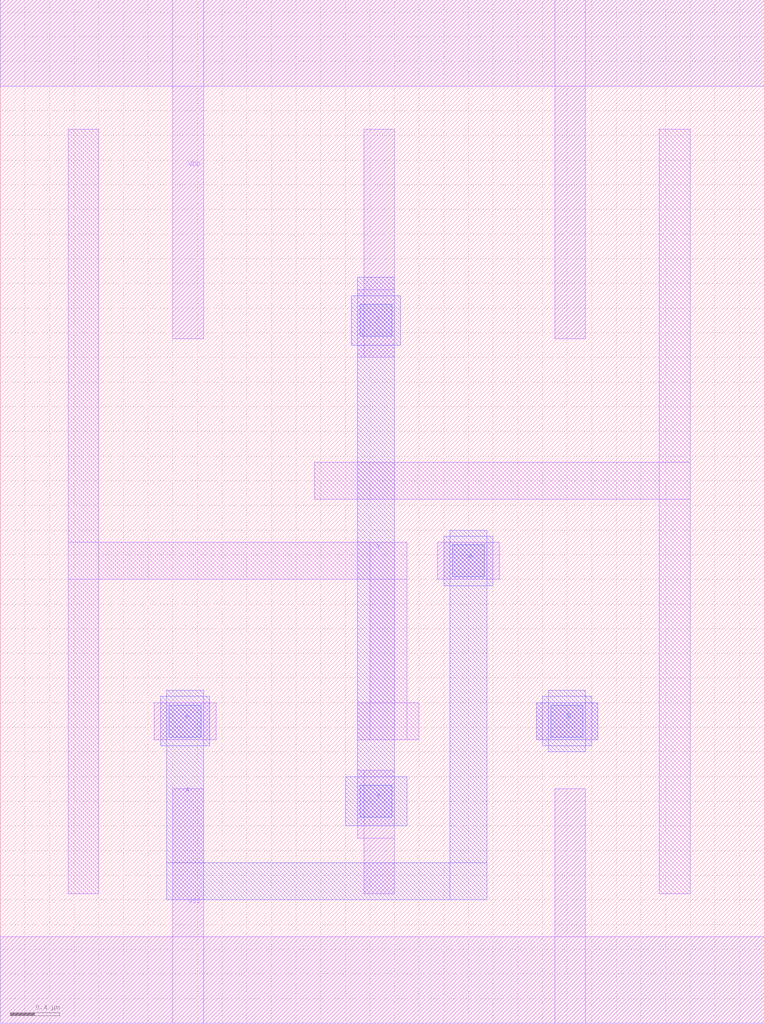
<source format=lef>
# Copyright 2022 Google LLC
# Licensed under the Apache License, Version 2.0 (the "License");
# you may not use this file except in compliance with the License.
# You may obtain a copy of the License at
#
#      http://www.apache.org/licenses/LICENSE-2.0
#
# Unless required by applicable law or agreed to in writing, software
# distributed under the License is distributed on an "AS IS" BASIS,
# WITHOUT WARRANTIES OR CONDITIONS OF ANY KIND, either express or implied.
# See the License for the specific language governing permissions and
# limitations under the License.
VERSION 5.7 ;
BUSBITCHARS "[]" ;
DIVIDERCHAR "/" ;

MACRO gf180mcu_osu_sc_gp12t3v3__xnor2_1
  CLASS CORE ;
  ORIGIN 0 0 ;
  FOREIGN gf180mcu_osu_sc_gp12t3v3__xnor2_1 0 0 ;
  SIZE 6.2 BY 8.3 ;
  SYMMETRY X Y ;
  SITE gf180mcu_osu_sc_gp12t3v3 ;
  PIN VDD
    DIRECTION INOUT ;
    USE POWER ;
    SHAPE ABUTMENT ;
    PORT
      LAYER Metal1 ;
        RECT 0 7.6 6.2 8.3 ;
        RECT 4.5 5.55 4.75 8.3 ;
        RECT 1.4 5.55 1.65 8.3 ;
    END
  END VDD
  PIN VSS
    DIRECTION INOUT ;
    USE GROUND ;
    SHAPE ABUTMENT ;
    PORT
      LAYER Metal1 ;
        RECT 0 0 6.2 0.7 ;
        RECT 4.5 0 4.75 1.9 ;
        RECT 1.4 0 1.65 1.9 ;
    END
  END VSS
  PIN A
    DIRECTION INPUT ;
    USE SIGNAL ;
    PORT
      LAYER Metal1 ;
        RECT 3.55 3.6 4.05 3.9 ;
        RECT 1.25 2.3 1.75 2.6 ;
      LAYER Metal2 ;
        RECT 3.6 3.55 4 3.95 ;
        RECT 3.65 1 3.95 4 ;
        RECT 1.35 1 3.95 1.3 ;
        RECT 1.3 2.25 1.7 2.65 ;
        RECT 1.35 1 1.65 2.7 ;
      LAYER Via1 ;
        RECT 1.37 2.32 1.63 2.58 ;
        RECT 3.67 3.62 3.93 3.88 ;
    END
  END A
  PIN B
    DIRECTION INPUT ;
    USE SIGNAL ;
    PORT
      LAYER Metal1 ;
        RECT 4.35 2.3 4.85 2.6 ;
      LAYER Metal2 ;
        RECT 4.35 2.3 4.85 2.6 ;
        RECT 4.4 2.25 4.8 2.65 ;
        RECT 4.45 2.2 4.75 2.7 ;
      LAYER Via1 ;
        RECT 4.47 2.32 4.73 2.58 ;
    END
  END B
  PIN Y
    DIRECTION OUTPUT ;
    USE SIGNAL ;
    PORT
      LAYER Metal1 ;
        RECT 2.9 1.5 3.2 2.05 ;
        RECT 2.95 1.05 3.2 2.05 ;
        RECT 2.95 5.4 3.2 7.25 ;
        RECT 2.9 5.4 3.2 5.95 ;
      LAYER Metal2 ;
        RECT 2.8 1.6 3.3 2 ;
        RECT 2.85 5.5 3.25 5.9 ;
        RECT 2.9 1.6 3.2 6.05 ;
      LAYER Via1 ;
        RECT 2.92 5.57 3.18 5.83 ;
        RECT 2.92 1.67 3.18 1.93 ;
    END
  END Y
  OBS
    LAYER Metal1 ;
      RECT 5.35 1.05 5.6 7.25 ;
      RECT 2.55 4.25 5.6 4.55 ;
      RECT 0.55 1.05 0.8 7.25 ;
      RECT 0.55 3.6 3.3 3.9 ;
      RECT 3 2.3 3.3 3.9 ;
      RECT 2.9 2.3 3.4 2.6 ;
  END
END gf180mcu_osu_sc_gp12t3v3__xnor2_1

</source>
